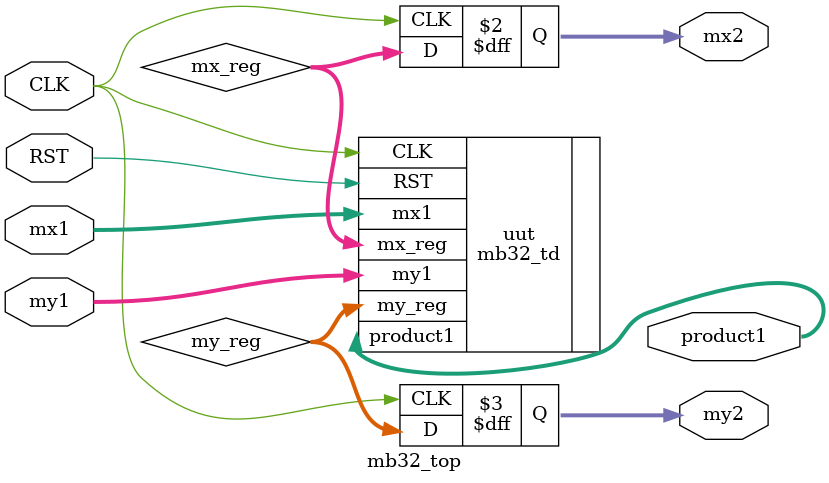
<source format=v>
`timescale 1ns / 1ps
module mb32_top (mx1, my1, CLK, RST, product1, mx2, my2);

parameter WIDTH=32;   
input wire [WIDTH-1:0] mx1;
input wire [WIDTH-1:0] my1;
input wire CLK;
input wire RST;
output wire[(2*WIDTH)-1:0] product1;

output reg [WIDTH-1:0] mx2;
output reg [WIDTH-1:0] my2;

wire [WIDTH-1:0] mx_reg;
wire [WIDTH-1:0] my_reg;

always@ (posedge CLK) // or negedge RST)
begin
mx2<=mx_reg;
my2<=my_reg;
end

	 mb32_td uut (
		.mx1(mx1), 
		.my1(my1),
		.CLK(CLK), 
		.RST(RST),     
		.product1(product1),
		.mx_reg(mx_reg),
		.my_reg(my_reg)
	);


endmodule

</source>
